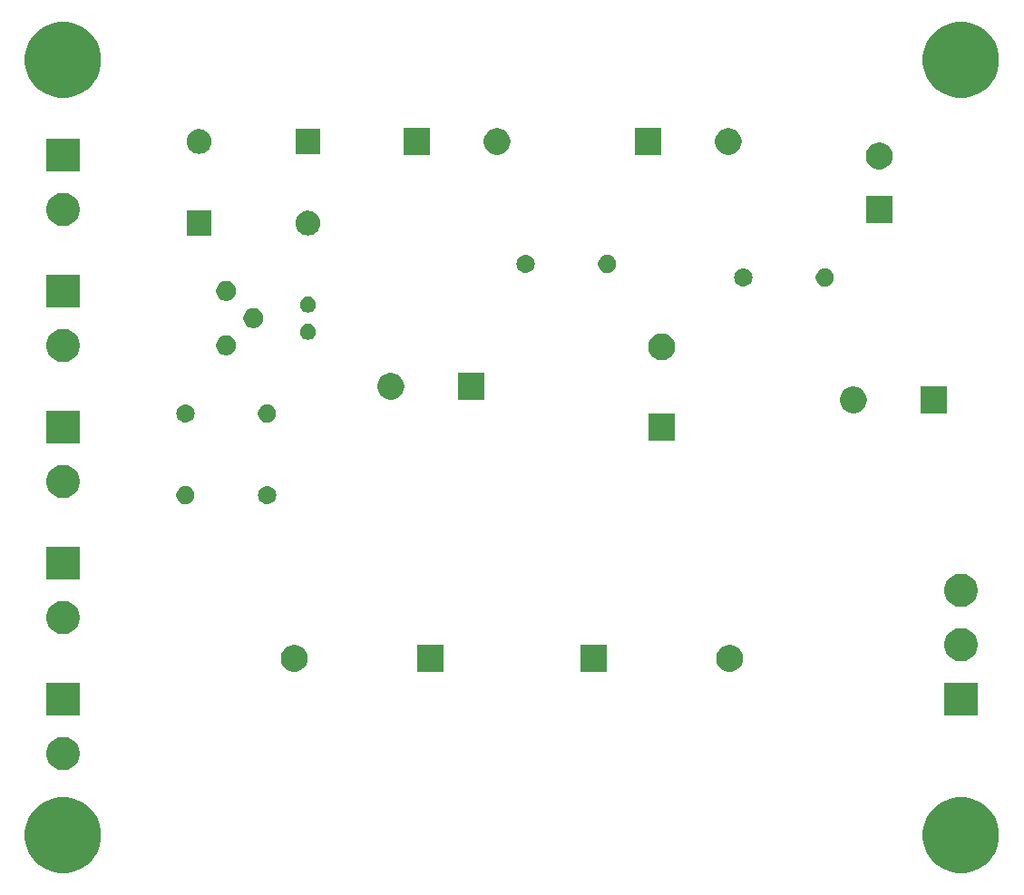
<source format=gbr>
G04 #@! TF.GenerationSoftware,KiCad,Pcbnew,(5.1.4-0-10_14)*
G04 #@! TF.CreationDate,2019-09-24T11:38:50-07:00*
G04 #@! TF.ProjectId,STPre6080PSU,53545072-6536-4303-9830-5053552e6b69,1.0*
G04 #@! TF.SameCoordinates,Original*
G04 #@! TF.FileFunction,Soldermask,Bot*
G04 #@! TF.FilePolarity,Negative*
%FSLAX46Y46*%
G04 Gerber Fmt 4.6, Leading zero omitted, Abs format (unit mm)*
G04 Created by KiCad (PCBNEW (5.1.4-0-10_14)) date 2019-09-24 11:38:50*
%MOMM*%
%LPD*%
G04 APERTURE LIST*
%ADD10C,0.100000*%
G04 APERTURE END LIST*
D10*
G36*
X181375787Y-131205462D02*
G01*
X181375790Y-131205463D01*
X181375789Y-131205463D01*
X182022029Y-131473144D01*
X182603631Y-131861758D01*
X183098242Y-132356369D01*
X183486856Y-132937971D01*
X183486856Y-132937972D01*
X183754538Y-133584213D01*
X183891000Y-134270256D01*
X183891000Y-134969744D01*
X183754538Y-135655787D01*
X183754537Y-135655789D01*
X183486856Y-136302029D01*
X183098242Y-136883631D01*
X182603631Y-137378242D01*
X182022029Y-137766856D01*
X181565068Y-137956135D01*
X181375787Y-138034538D01*
X180689744Y-138171000D01*
X179990256Y-138171000D01*
X179304213Y-138034538D01*
X179114932Y-137956135D01*
X178657971Y-137766856D01*
X178076369Y-137378242D01*
X177581758Y-136883631D01*
X177193144Y-136302029D01*
X176925463Y-135655789D01*
X176925462Y-135655787D01*
X176789000Y-134969744D01*
X176789000Y-134270256D01*
X176925462Y-133584213D01*
X177193144Y-132937972D01*
X177193144Y-132937971D01*
X177581758Y-132356369D01*
X178076369Y-131861758D01*
X178657971Y-131473144D01*
X179304211Y-131205463D01*
X179304210Y-131205463D01*
X179304213Y-131205462D01*
X179990256Y-131069000D01*
X180689744Y-131069000D01*
X181375787Y-131205462D01*
X181375787Y-131205462D01*
G37*
G36*
X97555787Y-131205462D02*
G01*
X97555790Y-131205463D01*
X97555789Y-131205463D01*
X98202029Y-131473144D01*
X98783631Y-131861758D01*
X99278242Y-132356369D01*
X99666856Y-132937971D01*
X99666856Y-132937972D01*
X99934538Y-133584213D01*
X100071000Y-134270256D01*
X100071000Y-134969744D01*
X99934538Y-135655787D01*
X99934537Y-135655789D01*
X99666856Y-136302029D01*
X99278242Y-136883631D01*
X98783631Y-137378242D01*
X98202029Y-137766856D01*
X97745068Y-137956135D01*
X97555787Y-138034538D01*
X96869744Y-138171000D01*
X96170256Y-138171000D01*
X95484213Y-138034538D01*
X95294932Y-137956135D01*
X94837971Y-137766856D01*
X94256369Y-137378242D01*
X93761758Y-136883631D01*
X93373144Y-136302029D01*
X93105463Y-135655789D01*
X93105462Y-135655787D01*
X92969000Y-134969744D01*
X92969000Y-134270256D01*
X93105462Y-133584213D01*
X93373144Y-132937972D01*
X93373144Y-132937971D01*
X93761758Y-132356369D01*
X94256369Y-131861758D01*
X94837971Y-131473144D01*
X95484211Y-131205463D01*
X95484210Y-131205463D01*
X95484213Y-131205462D01*
X96170256Y-131069000D01*
X96869744Y-131069000D01*
X97555787Y-131205462D01*
X97555787Y-131205462D01*
G37*
G36*
X96822585Y-125478802D02*
G01*
X96972410Y-125508604D01*
X97254674Y-125625521D01*
X97508705Y-125795259D01*
X97724741Y-126011295D01*
X97894479Y-126265326D01*
X98011396Y-126547590D01*
X98071000Y-126847240D01*
X98071000Y-127152760D01*
X98011396Y-127452410D01*
X97894479Y-127734674D01*
X97724741Y-127988705D01*
X97508705Y-128204741D01*
X97254674Y-128374479D01*
X96972410Y-128491396D01*
X96822585Y-128521198D01*
X96672761Y-128551000D01*
X96367239Y-128551000D01*
X96217415Y-128521198D01*
X96067590Y-128491396D01*
X95785326Y-128374479D01*
X95531295Y-128204741D01*
X95315259Y-127988705D01*
X95145521Y-127734674D01*
X95028604Y-127452410D01*
X94969000Y-127152760D01*
X94969000Y-126847240D01*
X95028604Y-126547590D01*
X95145521Y-126265326D01*
X95315259Y-126011295D01*
X95531295Y-125795259D01*
X95785326Y-125625521D01*
X96067590Y-125508604D01*
X96217415Y-125478802D01*
X96367239Y-125449000D01*
X96672761Y-125449000D01*
X96822585Y-125478802D01*
X96822585Y-125478802D01*
G37*
G36*
X98071000Y-123471000D02*
G01*
X94969000Y-123471000D01*
X94969000Y-120369000D01*
X98071000Y-120369000D01*
X98071000Y-123471000D01*
X98071000Y-123471000D01*
G37*
G36*
X181891000Y-123471000D02*
G01*
X178789000Y-123471000D01*
X178789000Y-120369000D01*
X181891000Y-120369000D01*
X181891000Y-123471000D01*
X181891000Y-123471000D01*
G37*
G36*
X159114903Y-116907075D02*
G01*
X159321766Y-116992760D01*
X159342571Y-117001378D01*
X159547466Y-117138285D01*
X159721715Y-117312534D01*
X159858622Y-117517429D01*
X159952925Y-117745097D01*
X160001000Y-117986787D01*
X160001000Y-118233213D01*
X159952925Y-118474903D01*
X159858622Y-118702571D01*
X159721715Y-118907466D01*
X159547466Y-119081715D01*
X159342571Y-119218622D01*
X159342570Y-119218623D01*
X159342569Y-119218623D01*
X159114903Y-119312925D01*
X158873214Y-119361000D01*
X158626786Y-119361000D01*
X158385097Y-119312925D01*
X158157431Y-119218623D01*
X158157430Y-119218623D01*
X158157429Y-119218622D01*
X157952534Y-119081715D01*
X157778285Y-118907466D01*
X157641378Y-118702571D01*
X157547075Y-118474903D01*
X157499000Y-118233213D01*
X157499000Y-117986787D01*
X157547075Y-117745097D01*
X157641378Y-117517429D01*
X157778285Y-117312534D01*
X157952534Y-117138285D01*
X158157429Y-117001378D01*
X158178235Y-116992760D01*
X158385097Y-116907075D01*
X158626786Y-116859000D01*
X158873214Y-116859000D01*
X159114903Y-116907075D01*
X159114903Y-116907075D01*
G37*
G36*
X147301000Y-119361000D02*
G01*
X144799000Y-119361000D01*
X144799000Y-116859000D01*
X147301000Y-116859000D01*
X147301000Y-119361000D01*
X147301000Y-119361000D01*
G37*
G36*
X132061000Y-119361000D02*
G01*
X129559000Y-119361000D01*
X129559000Y-116859000D01*
X132061000Y-116859000D01*
X132061000Y-119361000D01*
X132061000Y-119361000D01*
G37*
G36*
X118474903Y-116907075D02*
G01*
X118681766Y-116992760D01*
X118702571Y-117001378D01*
X118907466Y-117138285D01*
X119081715Y-117312534D01*
X119218622Y-117517429D01*
X119312925Y-117745097D01*
X119361000Y-117986787D01*
X119361000Y-118233213D01*
X119312925Y-118474903D01*
X119218622Y-118702571D01*
X119081715Y-118907466D01*
X118907466Y-119081715D01*
X118702571Y-119218622D01*
X118702570Y-119218623D01*
X118702569Y-119218623D01*
X118474903Y-119312925D01*
X118233214Y-119361000D01*
X117986786Y-119361000D01*
X117745097Y-119312925D01*
X117517431Y-119218623D01*
X117517430Y-119218623D01*
X117517429Y-119218622D01*
X117312534Y-119081715D01*
X117138285Y-118907466D01*
X117001378Y-118702571D01*
X116907075Y-118474903D01*
X116859000Y-118233213D01*
X116859000Y-117986787D01*
X116907075Y-117745097D01*
X117001378Y-117517429D01*
X117138285Y-117312534D01*
X117312534Y-117138285D01*
X117517429Y-117001378D01*
X117538235Y-116992760D01*
X117745097Y-116907075D01*
X117986786Y-116859000D01*
X118233214Y-116859000D01*
X118474903Y-116907075D01*
X118474903Y-116907075D01*
G37*
G36*
X180642585Y-115318802D02*
G01*
X180792410Y-115348604D01*
X181074674Y-115465521D01*
X181328705Y-115635259D01*
X181544741Y-115851295D01*
X181714479Y-116105326D01*
X181831396Y-116387590D01*
X181891000Y-116687240D01*
X181891000Y-116992760D01*
X181831396Y-117292410D01*
X181714479Y-117574674D01*
X181544741Y-117828705D01*
X181328705Y-118044741D01*
X181074674Y-118214479D01*
X180792410Y-118331396D01*
X180642585Y-118361198D01*
X180492761Y-118391000D01*
X180187239Y-118391000D01*
X180037415Y-118361198D01*
X179887590Y-118331396D01*
X179605326Y-118214479D01*
X179351295Y-118044741D01*
X179135259Y-117828705D01*
X178965521Y-117574674D01*
X178848604Y-117292410D01*
X178789000Y-116992760D01*
X178789000Y-116687240D01*
X178848604Y-116387590D01*
X178965521Y-116105326D01*
X179135259Y-115851295D01*
X179351295Y-115635259D01*
X179605326Y-115465521D01*
X179887590Y-115348604D01*
X180037415Y-115318802D01*
X180187239Y-115289000D01*
X180492761Y-115289000D01*
X180642585Y-115318802D01*
X180642585Y-115318802D01*
G37*
G36*
X96822585Y-112778802D02*
G01*
X96972410Y-112808604D01*
X97254674Y-112925521D01*
X97508705Y-113095259D01*
X97724741Y-113311295D01*
X97894479Y-113565326D01*
X98011396Y-113847590D01*
X98071000Y-114147240D01*
X98071000Y-114452760D01*
X98011396Y-114752410D01*
X97894479Y-115034674D01*
X97724741Y-115288705D01*
X97508705Y-115504741D01*
X97254674Y-115674479D01*
X96972410Y-115791396D01*
X96822585Y-115821198D01*
X96672761Y-115851000D01*
X96367239Y-115851000D01*
X96217415Y-115821198D01*
X96067590Y-115791396D01*
X95785326Y-115674479D01*
X95531295Y-115504741D01*
X95315259Y-115288705D01*
X95145521Y-115034674D01*
X95028604Y-114752410D01*
X94969000Y-114452760D01*
X94969000Y-114147240D01*
X95028604Y-113847590D01*
X95145521Y-113565326D01*
X95315259Y-113311295D01*
X95531295Y-113095259D01*
X95785326Y-112925521D01*
X96067590Y-112808604D01*
X96217415Y-112778802D01*
X96367239Y-112749000D01*
X96672761Y-112749000D01*
X96822585Y-112778802D01*
X96822585Y-112778802D01*
G37*
G36*
X180642585Y-110238802D02*
G01*
X180792410Y-110268604D01*
X181074674Y-110385521D01*
X181328705Y-110555259D01*
X181544741Y-110771295D01*
X181714479Y-111025326D01*
X181831396Y-111307590D01*
X181891000Y-111607240D01*
X181891000Y-111912760D01*
X181831396Y-112212410D01*
X181714479Y-112494674D01*
X181544741Y-112748705D01*
X181328705Y-112964741D01*
X181074674Y-113134479D01*
X180792410Y-113251396D01*
X180642585Y-113281198D01*
X180492761Y-113311000D01*
X180187239Y-113311000D01*
X180037415Y-113281198D01*
X179887590Y-113251396D01*
X179605326Y-113134479D01*
X179351295Y-112964741D01*
X179135259Y-112748705D01*
X178965521Y-112494674D01*
X178848604Y-112212410D01*
X178789000Y-111912760D01*
X178789000Y-111607240D01*
X178848604Y-111307590D01*
X178965521Y-111025326D01*
X179135259Y-110771295D01*
X179351295Y-110555259D01*
X179605326Y-110385521D01*
X179887590Y-110268604D01*
X180037415Y-110238802D01*
X180187239Y-110209000D01*
X180492761Y-110209000D01*
X180642585Y-110238802D01*
X180642585Y-110238802D01*
G37*
G36*
X98071000Y-110771000D02*
G01*
X94969000Y-110771000D01*
X94969000Y-107669000D01*
X98071000Y-107669000D01*
X98071000Y-110771000D01*
X98071000Y-110771000D01*
G37*
G36*
X115736823Y-102031313D02*
G01*
X115897242Y-102079976D01*
X115964361Y-102115852D01*
X116045078Y-102158996D01*
X116174659Y-102265341D01*
X116281004Y-102394922D01*
X116281005Y-102394924D01*
X116360024Y-102542758D01*
X116408687Y-102703177D01*
X116425117Y-102870000D01*
X116408687Y-103036823D01*
X116360024Y-103197242D01*
X116319477Y-103273100D01*
X116281004Y-103345078D01*
X116174659Y-103474659D01*
X116045078Y-103581004D01*
X116045076Y-103581005D01*
X115897242Y-103660024D01*
X115736823Y-103708687D01*
X115611804Y-103721000D01*
X115528196Y-103721000D01*
X115403177Y-103708687D01*
X115242758Y-103660024D01*
X115094924Y-103581005D01*
X115094922Y-103581004D01*
X114965341Y-103474659D01*
X114858996Y-103345078D01*
X114820523Y-103273100D01*
X114779976Y-103197242D01*
X114731313Y-103036823D01*
X114714883Y-102870000D01*
X114731313Y-102703177D01*
X114779976Y-102542758D01*
X114858995Y-102394924D01*
X114858996Y-102394922D01*
X114965341Y-102265341D01*
X115094922Y-102158996D01*
X115175639Y-102115852D01*
X115242758Y-102079976D01*
X115403177Y-102031313D01*
X115528196Y-102019000D01*
X115611804Y-102019000D01*
X115736823Y-102031313D01*
X115736823Y-102031313D01*
G37*
G36*
X108198228Y-102051703D02*
G01*
X108353100Y-102115853D01*
X108492481Y-102208985D01*
X108611015Y-102327519D01*
X108704147Y-102466900D01*
X108768297Y-102621772D01*
X108801000Y-102786184D01*
X108801000Y-102953816D01*
X108768297Y-103118228D01*
X108704147Y-103273100D01*
X108611015Y-103412481D01*
X108492481Y-103531015D01*
X108353100Y-103624147D01*
X108198228Y-103688297D01*
X108033816Y-103721000D01*
X107866184Y-103721000D01*
X107701772Y-103688297D01*
X107546900Y-103624147D01*
X107407519Y-103531015D01*
X107288985Y-103412481D01*
X107195853Y-103273100D01*
X107131703Y-103118228D01*
X107099000Y-102953816D01*
X107099000Y-102786184D01*
X107131703Y-102621772D01*
X107195853Y-102466900D01*
X107288985Y-102327519D01*
X107407519Y-102208985D01*
X107546900Y-102115853D01*
X107701772Y-102051703D01*
X107866184Y-102019000D01*
X108033816Y-102019000D01*
X108198228Y-102051703D01*
X108198228Y-102051703D01*
G37*
G36*
X96822585Y-100078802D02*
G01*
X96972410Y-100108604D01*
X97254674Y-100225521D01*
X97508705Y-100395259D01*
X97724741Y-100611295D01*
X97894479Y-100865326D01*
X98011396Y-101147590D01*
X98071000Y-101447240D01*
X98071000Y-101752760D01*
X98011396Y-102052410D01*
X97894479Y-102334674D01*
X97724741Y-102588705D01*
X97508705Y-102804741D01*
X97254674Y-102974479D01*
X96972410Y-103091396D01*
X96837516Y-103118228D01*
X96672761Y-103151000D01*
X96367239Y-103151000D01*
X96202484Y-103118228D01*
X96067590Y-103091396D01*
X95785326Y-102974479D01*
X95531295Y-102804741D01*
X95315259Y-102588705D01*
X95145521Y-102334674D01*
X95028604Y-102052410D01*
X94969000Y-101752760D01*
X94969000Y-101447240D01*
X95028604Y-101147590D01*
X95145521Y-100865326D01*
X95315259Y-100611295D01*
X95531295Y-100395259D01*
X95785326Y-100225521D01*
X96067590Y-100108604D01*
X96217415Y-100078802D01*
X96367239Y-100049000D01*
X96672761Y-100049000D01*
X96822585Y-100078802D01*
X96822585Y-100078802D01*
G37*
G36*
X98071000Y-98071000D02*
G01*
X94969000Y-98071000D01*
X94969000Y-94969000D01*
X98071000Y-94969000D01*
X98071000Y-98071000D01*
X98071000Y-98071000D01*
G37*
G36*
X153651000Y-97771000D02*
G01*
X151149000Y-97771000D01*
X151149000Y-95269000D01*
X153651000Y-95269000D01*
X153651000Y-97771000D01*
X153651000Y-97771000D01*
G37*
G36*
X108116823Y-94411313D02*
G01*
X108277242Y-94459976D01*
X108344361Y-94495852D01*
X108425078Y-94538996D01*
X108554659Y-94645341D01*
X108661004Y-94774922D01*
X108661005Y-94774924D01*
X108740024Y-94922758D01*
X108788687Y-95083177D01*
X108805117Y-95250000D01*
X108788687Y-95416823D01*
X108740024Y-95577242D01*
X108699477Y-95653100D01*
X108661004Y-95725078D01*
X108554659Y-95854659D01*
X108425078Y-95961004D01*
X108425076Y-95961005D01*
X108277242Y-96040024D01*
X108116823Y-96088687D01*
X107991804Y-96101000D01*
X107908196Y-96101000D01*
X107783177Y-96088687D01*
X107622758Y-96040024D01*
X107474924Y-95961005D01*
X107474922Y-95961004D01*
X107345341Y-95854659D01*
X107238996Y-95725078D01*
X107200523Y-95653100D01*
X107159976Y-95577242D01*
X107111313Y-95416823D01*
X107094883Y-95250000D01*
X107111313Y-95083177D01*
X107159976Y-94922758D01*
X107238995Y-94774924D01*
X107238996Y-94774922D01*
X107345341Y-94645341D01*
X107474922Y-94538996D01*
X107555639Y-94495852D01*
X107622758Y-94459976D01*
X107783177Y-94411313D01*
X107908196Y-94399000D01*
X107991804Y-94399000D01*
X108116823Y-94411313D01*
X108116823Y-94411313D01*
G37*
G36*
X115818228Y-94431703D02*
G01*
X115973100Y-94495853D01*
X116112481Y-94588985D01*
X116231015Y-94707519D01*
X116324147Y-94846900D01*
X116388297Y-95001772D01*
X116421000Y-95166184D01*
X116421000Y-95333816D01*
X116388297Y-95498228D01*
X116324147Y-95653100D01*
X116231015Y-95792481D01*
X116112481Y-95911015D01*
X115973100Y-96004147D01*
X115818228Y-96068297D01*
X115653816Y-96101000D01*
X115486184Y-96101000D01*
X115321772Y-96068297D01*
X115166900Y-96004147D01*
X115027519Y-95911015D01*
X114908985Y-95792481D01*
X114815853Y-95653100D01*
X114751703Y-95498228D01*
X114719000Y-95333816D01*
X114719000Y-95166184D01*
X114751703Y-95001772D01*
X114815853Y-94846900D01*
X114908985Y-94707519D01*
X115027519Y-94588985D01*
X115166900Y-94495853D01*
X115321772Y-94431703D01*
X115486184Y-94399000D01*
X115653816Y-94399000D01*
X115818228Y-94431703D01*
X115818228Y-94431703D01*
G37*
G36*
X170664903Y-92777075D02*
G01*
X170800433Y-92833213D01*
X170892571Y-92871378D01*
X171097466Y-93008285D01*
X171271715Y-93182534D01*
X171408622Y-93387429D01*
X171502925Y-93615097D01*
X171551000Y-93856787D01*
X171551000Y-94103213D01*
X171502925Y-94344903D01*
X171408622Y-94572571D01*
X171271715Y-94777466D01*
X171097466Y-94951715D01*
X170892571Y-95088622D01*
X170892570Y-95088623D01*
X170892569Y-95088623D01*
X170664903Y-95182925D01*
X170423214Y-95231000D01*
X170176786Y-95231000D01*
X169935097Y-95182925D01*
X169707431Y-95088623D01*
X169707430Y-95088623D01*
X169707429Y-95088622D01*
X169502534Y-94951715D01*
X169328285Y-94777466D01*
X169191378Y-94572571D01*
X169097075Y-94344903D01*
X169049000Y-94103213D01*
X169049000Y-93856787D01*
X169097075Y-93615097D01*
X169191378Y-93387429D01*
X169328285Y-93182534D01*
X169502534Y-93008285D01*
X169707429Y-92871378D01*
X169799568Y-92833213D01*
X169935097Y-92777075D01*
X170176786Y-92729000D01*
X170423214Y-92729000D01*
X170664903Y-92777075D01*
X170664903Y-92777075D01*
G37*
G36*
X179051000Y-95231000D02*
G01*
X176549000Y-95231000D01*
X176549000Y-92729000D01*
X179051000Y-92729000D01*
X179051000Y-95231000D01*
X179051000Y-95231000D01*
G37*
G36*
X127484903Y-91507075D02*
G01*
X127712571Y-91601378D01*
X127917466Y-91738285D01*
X128091715Y-91912534D01*
X128228622Y-92117429D01*
X128322925Y-92345097D01*
X128371000Y-92586787D01*
X128371000Y-92833213D01*
X128322925Y-93074903D01*
X128228622Y-93302571D01*
X128091715Y-93507466D01*
X127917466Y-93681715D01*
X127712571Y-93818622D01*
X127712570Y-93818623D01*
X127712569Y-93818623D01*
X127484903Y-93912925D01*
X127243214Y-93961000D01*
X126996786Y-93961000D01*
X126755097Y-93912925D01*
X126527431Y-93818623D01*
X126527430Y-93818623D01*
X126527429Y-93818622D01*
X126322534Y-93681715D01*
X126148285Y-93507466D01*
X126011378Y-93302571D01*
X125917075Y-93074903D01*
X125869000Y-92833213D01*
X125869000Y-92586787D01*
X125917075Y-92345097D01*
X126011378Y-92117429D01*
X126148285Y-91912534D01*
X126322534Y-91738285D01*
X126527429Y-91601378D01*
X126755097Y-91507075D01*
X126996786Y-91459000D01*
X127243214Y-91459000D01*
X127484903Y-91507075D01*
X127484903Y-91507075D01*
G37*
G36*
X135871000Y-93961000D02*
G01*
X133369000Y-93961000D01*
X133369000Y-91459000D01*
X135871000Y-91459000D01*
X135871000Y-93961000D01*
X135871000Y-93961000D01*
G37*
G36*
X96822585Y-87378802D02*
G01*
X96972410Y-87408604D01*
X97254674Y-87525521D01*
X97508705Y-87695259D01*
X97724741Y-87911295D01*
X97894479Y-88165326D01*
X98011396Y-88447590D01*
X98071000Y-88747240D01*
X98071000Y-89052760D01*
X98011396Y-89352410D01*
X97894479Y-89634674D01*
X97724741Y-89888705D01*
X97508705Y-90104741D01*
X97254674Y-90274479D01*
X96972410Y-90391396D01*
X96822585Y-90421198D01*
X96672761Y-90451000D01*
X96367239Y-90451000D01*
X96217415Y-90421198D01*
X96067590Y-90391396D01*
X95785326Y-90274479D01*
X95531295Y-90104741D01*
X95315259Y-89888705D01*
X95145521Y-89634674D01*
X95028604Y-89352410D01*
X94969000Y-89052760D01*
X94969000Y-88747240D01*
X95028604Y-88447590D01*
X95145521Y-88165326D01*
X95315259Y-87911295D01*
X95531295Y-87695259D01*
X95785326Y-87525521D01*
X96067590Y-87408604D01*
X96217415Y-87378802D01*
X96367239Y-87349000D01*
X96672761Y-87349000D01*
X96822585Y-87378802D01*
X96822585Y-87378802D01*
G37*
G36*
X152764903Y-87817075D02*
G01*
X152992571Y-87911378D01*
X153197466Y-88048285D01*
X153371715Y-88222534D01*
X153429964Y-88309710D01*
X153508623Y-88427431D01*
X153522683Y-88461375D01*
X153602925Y-88655097D01*
X153651000Y-88896787D01*
X153651000Y-89143213D01*
X153602925Y-89384903D01*
X153508622Y-89612571D01*
X153371715Y-89817466D01*
X153197466Y-89991715D01*
X152992571Y-90128622D01*
X152992570Y-90128623D01*
X152992569Y-90128623D01*
X152764903Y-90222925D01*
X152523214Y-90271000D01*
X152276786Y-90271000D01*
X152035097Y-90222925D01*
X151807431Y-90128623D01*
X151807430Y-90128623D01*
X151807429Y-90128622D01*
X151602534Y-89991715D01*
X151428285Y-89817466D01*
X151291378Y-89612571D01*
X151197075Y-89384903D01*
X151149000Y-89143213D01*
X151149000Y-88896787D01*
X151197075Y-88655097D01*
X151277317Y-88461375D01*
X151291377Y-88427431D01*
X151370036Y-88309710D01*
X151428285Y-88222534D01*
X151602534Y-88048285D01*
X151807429Y-87911378D01*
X152035097Y-87817075D01*
X152276786Y-87769000D01*
X152523214Y-87769000D01*
X152764903Y-87817075D01*
X152764903Y-87817075D01*
G37*
G36*
X112030104Y-88009585D02*
G01*
X112198626Y-88079389D01*
X112350291Y-88180728D01*
X112479272Y-88309709D01*
X112580611Y-88461374D01*
X112650415Y-88629896D01*
X112686000Y-88808797D01*
X112686000Y-88991203D01*
X112650415Y-89170104D01*
X112580611Y-89338626D01*
X112479272Y-89490291D01*
X112350291Y-89619272D01*
X112198626Y-89720611D01*
X112030104Y-89790415D01*
X111851203Y-89826000D01*
X111668797Y-89826000D01*
X111489896Y-89790415D01*
X111321374Y-89720611D01*
X111169709Y-89619272D01*
X111040728Y-89490291D01*
X110939389Y-89338626D01*
X110869585Y-89170104D01*
X110834000Y-88991203D01*
X110834000Y-88808797D01*
X110869585Y-88629896D01*
X110939389Y-88461374D01*
X111040728Y-88309709D01*
X111169709Y-88180728D01*
X111321374Y-88079389D01*
X111489896Y-88009585D01*
X111668797Y-87974000D01*
X111851203Y-87974000D01*
X112030104Y-88009585D01*
X112030104Y-88009585D01*
G37*
G36*
X119599059Y-86907860D02*
G01*
X119735732Y-86964472D01*
X119858735Y-87046660D01*
X119963340Y-87151265D01*
X119963341Y-87151267D01*
X120045529Y-87274270D01*
X120102140Y-87410941D01*
X120131000Y-87556032D01*
X120131000Y-87703968D01*
X120108502Y-87817075D01*
X120102140Y-87849059D01*
X120045528Y-87985732D01*
X119963340Y-88108735D01*
X119858735Y-88213340D01*
X119735732Y-88295528D01*
X119735731Y-88295529D01*
X119735730Y-88295529D01*
X119599059Y-88352140D01*
X119453968Y-88381000D01*
X119306032Y-88381000D01*
X119160941Y-88352140D01*
X119024270Y-88295529D01*
X119024269Y-88295529D01*
X119024268Y-88295528D01*
X118901265Y-88213340D01*
X118796660Y-88108735D01*
X118714472Y-87985732D01*
X118657860Y-87849059D01*
X118651498Y-87817075D01*
X118629000Y-87703968D01*
X118629000Y-87556032D01*
X118657860Y-87410941D01*
X118714471Y-87274270D01*
X118796659Y-87151267D01*
X118796660Y-87151265D01*
X118901265Y-87046660D01*
X119024268Y-86964472D01*
X119160941Y-86907860D01*
X119306032Y-86879000D01*
X119453968Y-86879000D01*
X119599059Y-86907860D01*
X119599059Y-86907860D01*
G37*
G36*
X114570104Y-85469585D02*
G01*
X114738626Y-85539389D01*
X114890291Y-85640728D01*
X115019272Y-85769709D01*
X115120611Y-85921374D01*
X115190415Y-86089896D01*
X115226000Y-86268797D01*
X115226000Y-86451203D01*
X115190415Y-86630104D01*
X115120611Y-86798626D01*
X115019272Y-86950291D01*
X114890291Y-87079272D01*
X114738626Y-87180611D01*
X114570104Y-87250415D01*
X114391203Y-87286000D01*
X114208797Y-87286000D01*
X114029896Y-87250415D01*
X113861374Y-87180611D01*
X113709709Y-87079272D01*
X113580728Y-86950291D01*
X113479389Y-86798626D01*
X113409585Y-86630104D01*
X113374000Y-86451203D01*
X113374000Y-86268797D01*
X113409585Y-86089896D01*
X113479389Y-85921374D01*
X113580728Y-85769709D01*
X113709709Y-85640728D01*
X113861374Y-85539389D01*
X114029896Y-85469585D01*
X114208797Y-85434000D01*
X114391203Y-85434000D01*
X114570104Y-85469585D01*
X114570104Y-85469585D01*
G37*
G36*
X119599059Y-84367860D02*
G01*
X119735732Y-84424472D01*
X119858735Y-84506660D01*
X119963340Y-84611265D01*
X120045528Y-84734268D01*
X120102140Y-84870941D01*
X120131000Y-85016033D01*
X120131000Y-85163967D01*
X120102140Y-85309059D01*
X120045528Y-85445732D01*
X119963340Y-85568735D01*
X119858735Y-85673340D01*
X119735732Y-85755528D01*
X119735731Y-85755529D01*
X119735730Y-85755529D01*
X119599059Y-85812140D01*
X119453968Y-85841000D01*
X119306032Y-85841000D01*
X119160941Y-85812140D01*
X119024270Y-85755529D01*
X119024269Y-85755529D01*
X119024268Y-85755528D01*
X118901265Y-85673340D01*
X118796660Y-85568735D01*
X118714472Y-85445732D01*
X118657860Y-85309059D01*
X118629000Y-85163967D01*
X118629000Y-85016033D01*
X118657860Y-84870941D01*
X118714472Y-84734268D01*
X118796660Y-84611265D01*
X118901265Y-84506660D01*
X119024268Y-84424472D01*
X119160941Y-84367860D01*
X119306032Y-84339000D01*
X119453968Y-84339000D01*
X119599059Y-84367860D01*
X119599059Y-84367860D01*
G37*
G36*
X98071000Y-85371000D02*
G01*
X94969000Y-85371000D01*
X94969000Y-82269000D01*
X98071000Y-82269000D01*
X98071000Y-85371000D01*
X98071000Y-85371000D01*
G37*
G36*
X112030104Y-82929585D02*
G01*
X112198626Y-82999389D01*
X112350291Y-83100728D01*
X112479272Y-83229709D01*
X112580611Y-83381374D01*
X112650415Y-83549896D01*
X112686000Y-83728797D01*
X112686000Y-83911203D01*
X112650415Y-84090104D01*
X112580611Y-84258626D01*
X112479272Y-84410291D01*
X112350291Y-84539272D01*
X112198626Y-84640611D01*
X112030104Y-84710415D01*
X111851203Y-84746000D01*
X111668797Y-84746000D01*
X111489896Y-84710415D01*
X111321374Y-84640611D01*
X111169709Y-84539272D01*
X111040728Y-84410291D01*
X110939389Y-84258626D01*
X110869585Y-84090104D01*
X110834000Y-83911203D01*
X110834000Y-83728797D01*
X110869585Y-83549896D01*
X110939389Y-83381374D01*
X111040728Y-83229709D01*
X111169709Y-83100728D01*
X111321374Y-82999389D01*
X111489896Y-82929585D01*
X111668797Y-82894000D01*
X111851203Y-82894000D01*
X112030104Y-82929585D01*
X112030104Y-82929585D01*
G37*
G36*
X167888228Y-81731703D02*
G01*
X168043100Y-81795853D01*
X168182481Y-81888985D01*
X168301015Y-82007519D01*
X168394147Y-82146900D01*
X168458297Y-82301772D01*
X168491000Y-82466184D01*
X168491000Y-82633816D01*
X168458297Y-82798228D01*
X168394147Y-82953100D01*
X168301015Y-83092481D01*
X168182481Y-83211015D01*
X168043100Y-83304147D01*
X167888228Y-83368297D01*
X167723816Y-83401000D01*
X167556184Y-83401000D01*
X167391772Y-83368297D01*
X167236900Y-83304147D01*
X167097519Y-83211015D01*
X166978985Y-83092481D01*
X166885853Y-82953100D01*
X166821703Y-82798228D01*
X166789000Y-82633816D01*
X166789000Y-82466184D01*
X166821703Y-82301772D01*
X166885853Y-82146900D01*
X166978985Y-82007519D01*
X167097519Y-81888985D01*
X167236900Y-81795853D01*
X167391772Y-81731703D01*
X167556184Y-81699000D01*
X167723816Y-81699000D01*
X167888228Y-81731703D01*
X167888228Y-81731703D01*
G37*
G36*
X160186823Y-81711313D02*
G01*
X160347242Y-81759976D01*
X160479906Y-81830886D01*
X160495078Y-81838996D01*
X160624659Y-81945341D01*
X160731004Y-82074922D01*
X160731005Y-82074924D01*
X160810024Y-82222758D01*
X160858687Y-82383177D01*
X160875117Y-82550000D01*
X160858687Y-82716823D01*
X160810024Y-82877242D01*
X160769477Y-82953100D01*
X160731004Y-83025078D01*
X160624659Y-83154659D01*
X160495078Y-83261004D01*
X160495076Y-83261005D01*
X160347242Y-83340024D01*
X160186823Y-83388687D01*
X160061804Y-83401000D01*
X159978196Y-83401000D01*
X159853177Y-83388687D01*
X159692758Y-83340024D01*
X159544924Y-83261005D01*
X159544922Y-83261004D01*
X159415341Y-83154659D01*
X159308996Y-83025078D01*
X159270523Y-82953100D01*
X159229976Y-82877242D01*
X159181313Y-82716823D01*
X159164883Y-82550000D01*
X159181313Y-82383177D01*
X159229976Y-82222758D01*
X159308995Y-82074924D01*
X159308996Y-82074922D01*
X159415341Y-81945341D01*
X159544922Y-81838996D01*
X159560094Y-81830886D01*
X159692758Y-81759976D01*
X159853177Y-81711313D01*
X159978196Y-81699000D01*
X160061804Y-81699000D01*
X160186823Y-81711313D01*
X160186823Y-81711313D01*
G37*
G36*
X139866823Y-80441313D02*
G01*
X140027242Y-80489976D01*
X140094361Y-80525852D01*
X140175078Y-80568996D01*
X140304659Y-80675341D01*
X140411004Y-80804922D01*
X140411005Y-80804924D01*
X140490024Y-80952758D01*
X140538687Y-81113177D01*
X140555117Y-81280000D01*
X140538687Y-81446823D01*
X140490024Y-81607242D01*
X140449477Y-81683100D01*
X140411004Y-81755078D01*
X140304659Y-81884659D01*
X140175078Y-81991004D01*
X140175076Y-81991005D01*
X140027242Y-82070024D01*
X139866823Y-82118687D01*
X139741804Y-82131000D01*
X139658196Y-82131000D01*
X139533177Y-82118687D01*
X139372758Y-82070024D01*
X139224924Y-81991005D01*
X139224922Y-81991004D01*
X139095341Y-81884659D01*
X138988996Y-81755078D01*
X138950523Y-81683100D01*
X138909976Y-81607242D01*
X138861313Y-81446823D01*
X138844883Y-81280000D01*
X138861313Y-81113177D01*
X138909976Y-80952758D01*
X138988995Y-80804924D01*
X138988996Y-80804922D01*
X139095341Y-80675341D01*
X139224922Y-80568996D01*
X139305639Y-80525852D01*
X139372758Y-80489976D01*
X139533177Y-80441313D01*
X139658196Y-80429000D01*
X139741804Y-80429000D01*
X139866823Y-80441313D01*
X139866823Y-80441313D01*
G37*
G36*
X147568228Y-80461703D02*
G01*
X147723100Y-80525853D01*
X147862481Y-80618985D01*
X147981015Y-80737519D01*
X148074147Y-80876900D01*
X148138297Y-81031772D01*
X148171000Y-81196184D01*
X148171000Y-81363816D01*
X148138297Y-81528228D01*
X148074147Y-81683100D01*
X147981015Y-81822481D01*
X147862481Y-81941015D01*
X147723100Y-82034147D01*
X147568228Y-82098297D01*
X147403816Y-82131000D01*
X147236184Y-82131000D01*
X147071772Y-82098297D01*
X146916900Y-82034147D01*
X146777519Y-81941015D01*
X146658985Y-81822481D01*
X146565853Y-81683100D01*
X146501703Y-81528228D01*
X146469000Y-81363816D01*
X146469000Y-81196184D01*
X146501703Y-81031772D01*
X146565853Y-80876900D01*
X146658985Y-80737519D01*
X146777519Y-80618985D01*
X146916900Y-80525853D01*
X147071772Y-80461703D01*
X147236184Y-80429000D01*
X147403816Y-80429000D01*
X147568228Y-80461703D01*
X147568228Y-80461703D01*
G37*
G36*
X119549271Y-76330103D02*
G01*
X119605635Y-76335654D01*
X119822600Y-76401470D01*
X119822602Y-76401471D01*
X120022555Y-76508347D01*
X120197818Y-76652182D01*
X120341653Y-76827445D01*
X120448529Y-77027398D01*
X120448530Y-77027400D01*
X120514346Y-77244365D01*
X120536569Y-77470000D01*
X120514764Y-77691396D01*
X120514346Y-77695634D01*
X120448529Y-77912602D01*
X120341653Y-78112555D01*
X120197818Y-78287818D01*
X120022555Y-78431653D01*
X119822602Y-78538529D01*
X119822600Y-78538530D01*
X119605635Y-78604346D01*
X119549271Y-78609897D01*
X119436545Y-78621000D01*
X119323455Y-78621000D01*
X119210729Y-78609897D01*
X119154365Y-78604346D01*
X118937400Y-78538530D01*
X118937398Y-78538529D01*
X118737445Y-78431653D01*
X118562182Y-78287818D01*
X118418347Y-78112555D01*
X118311471Y-77912602D01*
X118245654Y-77695634D01*
X118245237Y-77691396D01*
X118223431Y-77470000D01*
X118245654Y-77244365D01*
X118311470Y-77027400D01*
X118311471Y-77027398D01*
X118418347Y-76827445D01*
X118562182Y-76652182D01*
X118737445Y-76508347D01*
X118937398Y-76401471D01*
X118937400Y-76401470D01*
X119154365Y-76335654D01*
X119210729Y-76330103D01*
X119323455Y-76319000D01*
X119436545Y-76319000D01*
X119549271Y-76330103D01*
X119549271Y-76330103D01*
G37*
G36*
X110371000Y-78621000D02*
G01*
X108069000Y-78621000D01*
X108069000Y-76319000D01*
X110371000Y-76319000D01*
X110371000Y-78621000D01*
X110371000Y-78621000D01*
G37*
G36*
X96822585Y-74678802D02*
G01*
X96972410Y-74708604D01*
X97254674Y-74825521D01*
X97508705Y-74995259D01*
X97724741Y-75211295D01*
X97894479Y-75465326D01*
X98011396Y-75747590D01*
X98071000Y-76047240D01*
X98071000Y-76352760D01*
X98011396Y-76652410D01*
X97894479Y-76934674D01*
X97724741Y-77188705D01*
X97508705Y-77404741D01*
X97254674Y-77574479D01*
X96972410Y-77691396D01*
X96822585Y-77721198D01*
X96672761Y-77751000D01*
X96367239Y-77751000D01*
X96217415Y-77721198D01*
X96067590Y-77691396D01*
X95785326Y-77574479D01*
X95531295Y-77404741D01*
X95315259Y-77188705D01*
X95145521Y-76934674D01*
X95028604Y-76652410D01*
X94969000Y-76352760D01*
X94969000Y-76047240D01*
X95028604Y-75747590D01*
X95145521Y-75465326D01*
X95315259Y-75211295D01*
X95531295Y-74995259D01*
X95785326Y-74825521D01*
X96067590Y-74708604D01*
X96217415Y-74678802D01*
X96367239Y-74649000D01*
X96672761Y-74649000D01*
X96822585Y-74678802D01*
X96822585Y-74678802D01*
G37*
G36*
X173971000Y-77451000D02*
G01*
X171469000Y-77451000D01*
X171469000Y-74949000D01*
X173971000Y-74949000D01*
X173971000Y-77451000D01*
X173971000Y-77451000D01*
G37*
G36*
X98071000Y-72671000D02*
G01*
X94969000Y-72671000D01*
X94969000Y-69569000D01*
X98071000Y-69569000D01*
X98071000Y-72671000D01*
X98071000Y-72671000D01*
G37*
G36*
X173084903Y-69997075D02*
G01*
X173312571Y-70091378D01*
X173517466Y-70228285D01*
X173691715Y-70402534D01*
X173718467Y-70442571D01*
X173828623Y-70607431D01*
X173922925Y-70835097D01*
X173952613Y-70984346D01*
X173971000Y-71076787D01*
X173971000Y-71323213D01*
X173922925Y-71564903D01*
X173828622Y-71792571D01*
X173691715Y-71997466D01*
X173517466Y-72171715D01*
X173312571Y-72308622D01*
X173312570Y-72308623D01*
X173312569Y-72308623D01*
X173084903Y-72402925D01*
X172843214Y-72451000D01*
X172596786Y-72451000D01*
X172355097Y-72402925D01*
X172127431Y-72308623D01*
X172127430Y-72308623D01*
X172127429Y-72308622D01*
X171922534Y-72171715D01*
X171748285Y-71997466D01*
X171611378Y-71792571D01*
X171517075Y-71564903D01*
X171469000Y-71323213D01*
X171469000Y-71076787D01*
X171487388Y-70984346D01*
X171517075Y-70835097D01*
X171611377Y-70607431D01*
X171721533Y-70442571D01*
X171748285Y-70402534D01*
X171922534Y-70228285D01*
X172127429Y-70091378D01*
X172355097Y-69997075D01*
X172596786Y-69949000D01*
X172843214Y-69949000D01*
X173084903Y-69997075D01*
X173084903Y-69997075D01*
G37*
G36*
X158994903Y-68647075D02*
G01*
X159222571Y-68741378D01*
X159427466Y-68878285D01*
X159601715Y-69052534D01*
X159738622Y-69257429D01*
X159832925Y-69485097D01*
X159881000Y-69726787D01*
X159881000Y-69973213D01*
X159832925Y-70214903D01*
X159738622Y-70442571D01*
X159601715Y-70647466D01*
X159427466Y-70821715D01*
X159222571Y-70958622D01*
X159222570Y-70958623D01*
X159222569Y-70958623D01*
X158994903Y-71052925D01*
X158753214Y-71101000D01*
X158506786Y-71101000D01*
X158265097Y-71052925D01*
X158037431Y-70958623D01*
X158037430Y-70958623D01*
X158037429Y-70958622D01*
X157832534Y-70821715D01*
X157658285Y-70647466D01*
X157521378Y-70442571D01*
X157427075Y-70214903D01*
X157379000Y-69973213D01*
X157379000Y-69726787D01*
X157427075Y-69485097D01*
X157521378Y-69257429D01*
X157658285Y-69052534D01*
X157832534Y-68878285D01*
X158037429Y-68741378D01*
X158265097Y-68647075D01*
X158506786Y-68599000D01*
X158753214Y-68599000D01*
X158994903Y-68647075D01*
X158994903Y-68647075D01*
G37*
G36*
X152381000Y-71101000D02*
G01*
X149879000Y-71101000D01*
X149879000Y-68599000D01*
X152381000Y-68599000D01*
X152381000Y-71101000D01*
X152381000Y-71101000D01*
G37*
G36*
X137404903Y-68647075D02*
G01*
X137632571Y-68741378D01*
X137837466Y-68878285D01*
X138011715Y-69052534D01*
X138148622Y-69257429D01*
X138242925Y-69485097D01*
X138291000Y-69726787D01*
X138291000Y-69973213D01*
X138242925Y-70214903D01*
X138148622Y-70442571D01*
X138011715Y-70647466D01*
X137837466Y-70821715D01*
X137632571Y-70958622D01*
X137632570Y-70958623D01*
X137632569Y-70958623D01*
X137404903Y-71052925D01*
X137163214Y-71101000D01*
X136916786Y-71101000D01*
X136675097Y-71052925D01*
X136447431Y-70958623D01*
X136447430Y-70958623D01*
X136447429Y-70958622D01*
X136242534Y-70821715D01*
X136068285Y-70647466D01*
X135931378Y-70442571D01*
X135837075Y-70214903D01*
X135789000Y-69973213D01*
X135789000Y-69726787D01*
X135837075Y-69485097D01*
X135931378Y-69257429D01*
X136068285Y-69052534D01*
X136242534Y-68878285D01*
X136447429Y-68741378D01*
X136675097Y-68647075D01*
X136916786Y-68599000D01*
X137163214Y-68599000D01*
X137404903Y-68647075D01*
X137404903Y-68647075D01*
G37*
G36*
X130791000Y-71101000D02*
G01*
X128289000Y-71101000D01*
X128289000Y-68599000D01*
X130791000Y-68599000D01*
X130791000Y-71101000D01*
X130791000Y-71101000D01*
G37*
G36*
X109389271Y-68710103D02*
G01*
X109445635Y-68715654D01*
X109662600Y-68781470D01*
X109662602Y-68781471D01*
X109862555Y-68888347D01*
X110037818Y-69032182D01*
X110181653Y-69207445D01*
X110288529Y-69407398D01*
X110288530Y-69407400D01*
X110354346Y-69624365D01*
X110376569Y-69850000D01*
X110354346Y-70075635D01*
X110308040Y-70228285D01*
X110288529Y-70292602D01*
X110181653Y-70492555D01*
X110037818Y-70667818D01*
X109862555Y-70811653D01*
X109662602Y-70918529D01*
X109662600Y-70918530D01*
X109445635Y-70984346D01*
X109389271Y-70989897D01*
X109276545Y-71001000D01*
X109163455Y-71001000D01*
X109050729Y-70989897D01*
X108994365Y-70984346D01*
X108777400Y-70918530D01*
X108777398Y-70918529D01*
X108577445Y-70811653D01*
X108402182Y-70667818D01*
X108258347Y-70492555D01*
X108151471Y-70292602D01*
X108131961Y-70228285D01*
X108085654Y-70075635D01*
X108063431Y-69850000D01*
X108085654Y-69624365D01*
X108151470Y-69407400D01*
X108151471Y-69407398D01*
X108258347Y-69207445D01*
X108402182Y-69032182D01*
X108577445Y-68888347D01*
X108777398Y-68781471D01*
X108777400Y-68781470D01*
X108994365Y-68715654D01*
X109050729Y-68710103D01*
X109163455Y-68699000D01*
X109276545Y-68699000D01*
X109389271Y-68710103D01*
X109389271Y-68710103D01*
G37*
G36*
X120531000Y-71001000D02*
G01*
X118229000Y-71001000D01*
X118229000Y-68699000D01*
X120531000Y-68699000D01*
X120531000Y-71001000D01*
X120531000Y-71001000D01*
G37*
G36*
X181375787Y-58815462D02*
G01*
X181375790Y-58815463D01*
X181375789Y-58815463D01*
X182022029Y-59083144D01*
X182603631Y-59471758D01*
X183098242Y-59966369D01*
X183486856Y-60547971D01*
X183486856Y-60547972D01*
X183754538Y-61194213D01*
X183891000Y-61880256D01*
X183891000Y-62579744D01*
X183754538Y-63265787D01*
X183754537Y-63265789D01*
X183486856Y-63912029D01*
X183098242Y-64493631D01*
X182603631Y-64988242D01*
X182022029Y-65376856D01*
X181565068Y-65566135D01*
X181375787Y-65644538D01*
X180689744Y-65781000D01*
X179990256Y-65781000D01*
X179304213Y-65644538D01*
X179114932Y-65566135D01*
X178657971Y-65376856D01*
X178076369Y-64988242D01*
X177581758Y-64493631D01*
X177193144Y-63912029D01*
X176925463Y-63265789D01*
X176925462Y-63265787D01*
X176789000Y-62579744D01*
X176789000Y-61880256D01*
X176925462Y-61194213D01*
X177193144Y-60547972D01*
X177193144Y-60547971D01*
X177581758Y-59966369D01*
X178076369Y-59471758D01*
X178657971Y-59083144D01*
X179304211Y-58815463D01*
X179304210Y-58815463D01*
X179304213Y-58815462D01*
X179990256Y-58679000D01*
X180689744Y-58679000D01*
X181375787Y-58815462D01*
X181375787Y-58815462D01*
G37*
G36*
X97555787Y-58815462D02*
G01*
X97555790Y-58815463D01*
X97555789Y-58815463D01*
X98202029Y-59083144D01*
X98783631Y-59471758D01*
X99278242Y-59966369D01*
X99666856Y-60547971D01*
X99666856Y-60547972D01*
X99934538Y-61194213D01*
X100071000Y-61880256D01*
X100071000Y-62579744D01*
X99934538Y-63265787D01*
X99934537Y-63265789D01*
X99666856Y-63912029D01*
X99278242Y-64493631D01*
X98783631Y-64988242D01*
X98202029Y-65376856D01*
X97745068Y-65566135D01*
X97555787Y-65644538D01*
X96869744Y-65781000D01*
X96170256Y-65781000D01*
X95484213Y-65644538D01*
X95294932Y-65566135D01*
X94837971Y-65376856D01*
X94256369Y-64988242D01*
X93761758Y-64493631D01*
X93373144Y-63912029D01*
X93105463Y-63265789D01*
X93105462Y-63265787D01*
X92969000Y-62579744D01*
X92969000Y-61880256D01*
X93105462Y-61194213D01*
X93373144Y-60547972D01*
X93373144Y-60547971D01*
X93761758Y-59966369D01*
X94256369Y-59471758D01*
X94837971Y-59083144D01*
X95484211Y-58815463D01*
X95484210Y-58815463D01*
X95484213Y-58815462D01*
X96170256Y-58679000D01*
X96869744Y-58679000D01*
X97555787Y-58815462D01*
X97555787Y-58815462D01*
G37*
M02*

</source>
